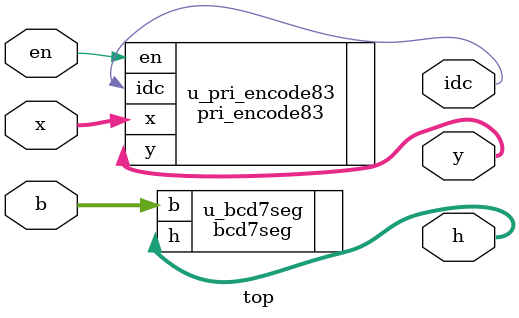
<source format=v>
module top (
        input  [7:0] x,
        input  en,
        input  [3:0] b,
        output reg [6:0] h,
        output idc,
        output reg [2:0]y
    );

    pri_encode83 u_pri_encode83(
                     .x   	( x  ),
                     .en  	( en   ),
                     .idc 	( idc  ),
                     .y   	( y    )
                 );

    bcd7seg u_bcd7seg(
                .b(b),
                .h(h)
            );

endmodule //top

</source>
